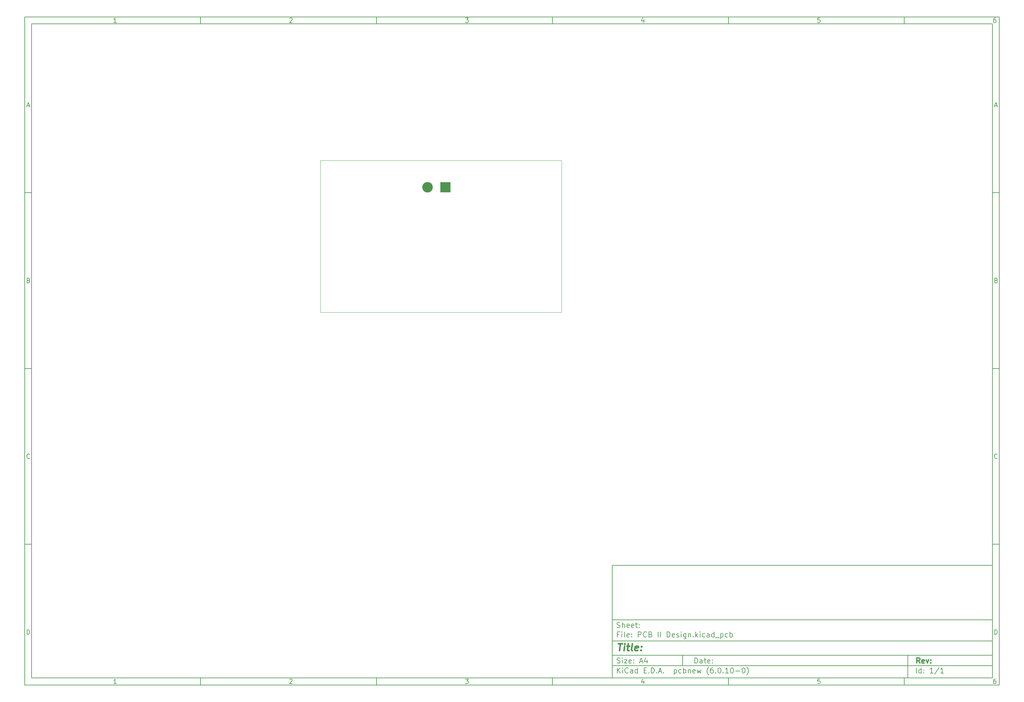
<source format=gbr>
%TF.GenerationSoftware,KiCad,Pcbnew,(6.0.10-0)*%
%TF.CreationDate,2023-02-24T22:40:59-08:00*%
%TF.ProjectId,PCB II Design,50434220-4949-4204-9465-7369676e2e6b,rev?*%
%TF.SameCoordinates,Original*%
%TF.FileFunction,Soldermask,Bot*%
%TF.FilePolarity,Negative*%
%FSLAX46Y46*%
G04 Gerber Fmt 4.6, Leading zero omitted, Abs format (unit mm)*
G04 Created by KiCad (PCBNEW (6.0.10-0)) date 2023-02-24 22:40:59*
%MOMM*%
%LPD*%
G01*
G04 APERTURE LIST*
%ADD10C,0.100000*%
%ADD11C,0.150000*%
%ADD12C,0.300000*%
%ADD13C,0.400000*%
%TA.AperFunction,Profile*%
%ADD14C,0.100000*%
%TD*%
%ADD15R,3.000000X3.000000*%
%ADD16C,3.000000*%
G04 APERTURE END LIST*
D10*
D11*
X177002200Y-166007200D02*
X177002200Y-198007200D01*
X285002200Y-198007200D01*
X285002200Y-166007200D01*
X177002200Y-166007200D01*
D10*
D11*
X10000000Y-10000000D02*
X10000000Y-200007200D01*
X287002200Y-200007200D01*
X287002200Y-10000000D01*
X10000000Y-10000000D01*
D10*
D11*
X12000000Y-12000000D02*
X12000000Y-198007200D01*
X285002200Y-198007200D01*
X285002200Y-12000000D01*
X12000000Y-12000000D01*
D10*
D11*
X60000000Y-12000000D02*
X60000000Y-10000000D01*
D10*
D11*
X110000000Y-12000000D02*
X110000000Y-10000000D01*
D10*
D11*
X160000000Y-12000000D02*
X160000000Y-10000000D01*
D10*
D11*
X210000000Y-12000000D02*
X210000000Y-10000000D01*
D10*
D11*
X260000000Y-12000000D02*
X260000000Y-10000000D01*
D10*
D11*
X36065476Y-11588095D02*
X35322619Y-11588095D01*
X35694047Y-11588095D02*
X35694047Y-10288095D01*
X35570238Y-10473809D01*
X35446428Y-10597619D01*
X35322619Y-10659523D01*
D10*
D11*
X85322619Y-10411904D02*
X85384523Y-10350000D01*
X85508333Y-10288095D01*
X85817857Y-10288095D01*
X85941666Y-10350000D01*
X86003571Y-10411904D01*
X86065476Y-10535714D01*
X86065476Y-10659523D01*
X86003571Y-10845238D01*
X85260714Y-11588095D01*
X86065476Y-11588095D01*
D10*
D11*
X135260714Y-10288095D02*
X136065476Y-10288095D01*
X135632142Y-10783333D01*
X135817857Y-10783333D01*
X135941666Y-10845238D01*
X136003571Y-10907142D01*
X136065476Y-11030952D01*
X136065476Y-11340476D01*
X136003571Y-11464285D01*
X135941666Y-11526190D01*
X135817857Y-11588095D01*
X135446428Y-11588095D01*
X135322619Y-11526190D01*
X135260714Y-11464285D01*
D10*
D11*
X185941666Y-10721428D02*
X185941666Y-11588095D01*
X185632142Y-10226190D02*
X185322619Y-11154761D01*
X186127380Y-11154761D01*
D10*
D11*
X236003571Y-10288095D02*
X235384523Y-10288095D01*
X235322619Y-10907142D01*
X235384523Y-10845238D01*
X235508333Y-10783333D01*
X235817857Y-10783333D01*
X235941666Y-10845238D01*
X236003571Y-10907142D01*
X236065476Y-11030952D01*
X236065476Y-11340476D01*
X236003571Y-11464285D01*
X235941666Y-11526190D01*
X235817857Y-11588095D01*
X235508333Y-11588095D01*
X235384523Y-11526190D01*
X235322619Y-11464285D01*
D10*
D11*
X285941666Y-10288095D02*
X285694047Y-10288095D01*
X285570238Y-10350000D01*
X285508333Y-10411904D01*
X285384523Y-10597619D01*
X285322619Y-10845238D01*
X285322619Y-11340476D01*
X285384523Y-11464285D01*
X285446428Y-11526190D01*
X285570238Y-11588095D01*
X285817857Y-11588095D01*
X285941666Y-11526190D01*
X286003571Y-11464285D01*
X286065476Y-11340476D01*
X286065476Y-11030952D01*
X286003571Y-10907142D01*
X285941666Y-10845238D01*
X285817857Y-10783333D01*
X285570238Y-10783333D01*
X285446428Y-10845238D01*
X285384523Y-10907142D01*
X285322619Y-11030952D01*
D10*
D11*
X60000000Y-198007200D02*
X60000000Y-200007200D01*
D10*
D11*
X110000000Y-198007200D02*
X110000000Y-200007200D01*
D10*
D11*
X160000000Y-198007200D02*
X160000000Y-200007200D01*
D10*
D11*
X210000000Y-198007200D02*
X210000000Y-200007200D01*
D10*
D11*
X260000000Y-198007200D02*
X260000000Y-200007200D01*
D10*
D11*
X36065476Y-199595295D02*
X35322619Y-199595295D01*
X35694047Y-199595295D02*
X35694047Y-198295295D01*
X35570238Y-198481009D01*
X35446428Y-198604819D01*
X35322619Y-198666723D01*
D10*
D11*
X85322619Y-198419104D02*
X85384523Y-198357200D01*
X85508333Y-198295295D01*
X85817857Y-198295295D01*
X85941666Y-198357200D01*
X86003571Y-198419104D01*
X86065476Y-198542914D01*
X86065476Y-198666723D01*
X86003571Y-198852438D01*
X85260714Y-199595295D01*
X86065476Y-199595295D01*
D10*
D11*
X135260714Y-198295295D02*
X136065476Y-198295295D01*
X135632142Y-198790533D01*
X135817857Y-198790533D01*
X135941666Y-198852438D01*
X136003571Y-198914342D01*
X136065476Y-199038152D01*
X136065476Y-199347676D01*
X136003571Y-199471485D01*
X135941666Y-199533390D01*
X135817857Y-199595295D01*
X135446428Y-199595295D01*
X135322619Y-199533390D01*
X135260714Y-199471485D01*
D10*
D11*
X185941666Y-198728628D02*
X185941666Y-199595295D01*
X185632142Y-198233390D02*
X185322619Y-199161961D01*
X186127380Y-199161961D01*
D10*
D11*
X236003571Y-198295295D02*
X235384523Y-198295295D01*
X235322619Y-198914342D01*
X235384523Y-198852438D01*
X235508333Y-198790533D01*
X235817857Y-198790533D01*
X235941666Y-198852438D01*
X236003571Y-198914342D01*
X236065476Y-199038152D01*
X236065476Y-199347676D01*
X236003571Y-199471485D01*
X235941666Y-199533390D01*
X235817857Y-199595295D01*
X235508333Y-199595295D01*
X235384523Y-199533390D01*
X235322619Y-199471485D01*
D10*
D11*
X285941666Y-198295295D02*
X285694047Y-198295295D01*
X285570238Y-198357200D01*
X285508333Y-198419104D01*
X285384523Y-198604819D01*
X285322619Y-198852438D01*
X285322619Y-199347676D01*
X285384523Y-199471485D01*
X285446428Y-199533390D01*
X285570238Y-199595295D01*
X285817857Y-199595295D01*
X285941666Y-199533390D01*
X286003571Y-199471485D01*
X286065476Y-199347676D01*
X286065476Y-199038152D01*
X286003571Y-198914342D01*
X285941666Y-198852438D01*
X285817857Y-198790533D01*
X285570238Y-198790533D01*
X285446428Y-198852438D01*
X285384523Y-198914342D01*
X285322619Y-199038152D01*
D10*
D11*
X10000000Y-60000000D02*
X12000000Y-60000000D01*
D10*
D11*
X10000000Y-110000000D02*
X12000000Y-110000000D01*
D10*
D11*
X10000000Y-160000000D02*
X12000000Y-160000000D01*
D10*
D11*
X10690476Y-35216666D02*
X11309523Y-35216666D01*
X10566666Y-35588095D02*
X11000000Y-34288095D01*
X11433333Y-35588095D01*
D10*
D11*
X11092857Y-84907142D02*
X11278571Y-84969047D01*
X11340476Y-85030952D01*
X11402380Y-85154761D01*
X11402380Y-85340476D01*
X11340476Y-85464285D01*
X11278571Y-85526190D01*
X11154761Y-85588095D01*
X10659523Y-85588095D01*
X10659523Y-84288095D01*
X11092857Y-84288095D01*
X11216666Y-84350000D01*
X11278571Y-84411904D01*
X11340476Y-84535714D01*
X11340476Y-84659523D01*
X11278571Y-84783333D01*
X11216666Y-84845238D01*
X11092857Y-84907142D01*
X10659523Y-84907142D01*
D10*
D11*
X11402380Y-135464285D02*
X11340476Y-135526190D01*
X11154761Y-135588095D01*
X11030952Y-135588095D01*
X10845238Y-135526190D01*
X10721428Y-135402380D01*
X10659523Y-135278571D01*
X10597619Y-135030952D01*
X10597619Y-134845238D01*
X10659523Y-134597619D01*
X10721428Y-134473809D01*
X10845238Y-134350000D01*
X11030952Y-134288095D01*
X11154761Y-134288095D01*
X11340476Y-134350000D01*
X11402380Y-134411904D01*
D10*
D11*
X10659523Y-185588095D02*
X10659523Y-184288095D01*
X10969047Y-184288095D01*
X11154761Y-184350000D01*
X11278571Y-184473809D01*
X11340476Y-184597619D01*
X11402380Y-184845238D01*
X11402380Y-185030952D01*
X11340476Y-185278571D01*
X11278571Y-185402380D01*
X11154761Y-185526190D01*
X10969047Y-185588095D01*
X10659523Y-185588095D01*
D10*
D11*
X287002200Y-60000000D02*
X285002200Y-60000000D01*
D10*
D11*
X287002200Y-110000000D02*
X285002200Y-110000000D01*
D10*
D11*
X287002200Y-160000000D02*
X285002200Y-160000000D01*
D10*
D11*
X285692676Y-35216666D02*
X286311723Y-35216666D01*
X285568866Y-35588095D02*
X286002200Y-34288095D01*
X286435533Y-35588095D01*
D10*
D11*
X286095057Y-84907142D02*
X286280771Y-84969047D01*
X286342676Y-85030952D01*
X286404580Y-85154761D01*
X286404580Y-85340476D01*
X286342676Y-85464285D01*
X286280771Y-85526190D01*
X286156961Y-85588095D01*
X285661723Y-85588095D01*
X285661723Y-84288095D01*
X286095057Y-84288095D01*
X286218866Y-84350000D01*
X286280771Y-84411904D01*
X286342676Y-84535714D01*
X286342676Y-84659523D01*
X286280771Y-84783333D01*
X286218866Y-84845238D01*
X286095057Y-84907142D01*
X285661723Y-84907142D01*
D10*
D11*
X286404580Y-135464285D02*
X286342676Y-135526190D01*
X286156961Y-135588095D01*
X286033152Y-135588095D01*
X285847438Y-135526190D01*
X285723628Y-135402380D01*
X285661723Y-135278571D01*
X285599819Y-135030952D01*
X285599819Y-134845238D01*
X285661723Y-134597619D01*
X285723628Y-134473809D01*
X285847438Y-134350000D01*
X286033152Y-134288095D01*
X286156961Y-134288095D01*
X286342676Y-134350000D01*
X286404580Y-134411904D01*
D10*
D11*
X285661723Y-185588095D02*
X285661723Y-184288095D01*
X285971247Y-184288095D01*
X286156961Y-184350000D01*
X286280771Y-184473809D01*
X286342676Y-184597619D01*
X286404580Y-184845238D01*
X286404580Y-185030952D01*
X286342676Y-185278571D01*
X286280771Y-185402380D01*
X286156961Y-185526190D01*
X285971247Y-185588095D01*
X285661723Y-185588095D01*
D10*
D11*
X200434342Y-193785771D02*
X200434342Y-192285771D01*
X200791485Y-192285771D01*
X201005771Y-192357200D01*
X201148628Y-192500057D01*
X201220057Y-192642914D01*
X201291485Y-192928628D01*
X201291485Y-193142914D01*
X201220057Y-193428628D01*
X201148628Y-193571485D01*
X201005771Y-193714342D01*
X200791485Y-193785771D01*
X200434342Y-193785771D01*
X202577200Y-193785771D02*
X202577200Y-193000057D01*
X202505771Y-192857200D01*
X202362914Y-192785771D01*
X202077200Y-192785771D01*
X201934342Y-192857200D01*
X202577200Y-193714342D02*
X202434342Y-193785771D01*
X202077200Y-193785771D01*
X201934342Y-193714342D01*
X201862914Y-193571485D01*
X201862914Y-193428628D01*
X201934342Y-193285771D01*
X202077200Y-193214342D01*
X202434342Y-193214342D01*
X202577200Y-193142914D01*
X203077200Y-192785771D02*
X203648628Y-192785771D01*
X203291485Y-192285771D02*
X203291485Y-193571485D01*
X203362914Y-193714342D01*
X203505771Y-193785771D01*
X203648628Y-193785771D01*
X204720057Y-193714342D02*
X204577200Y-193785771D01*
X204291485Y-193785771D01*
X204148628Y-193714342D01*
X204077200Y-193571485D01*
X204077200Y-193000057D01*
X204148628Y-192857200D01*
X204291485Y-192785771D01*
X204577200Y-192785771D01*
X204720057Y-192857200D01*
X204791485Y-193000057D01*
X204791485Y-193142914D01*
X204077200Y-193285771D01*
X205434342Y-193642914D02*
X205505771Y-193714342D01*
X205434342Y-193785771D01*
X205362914Y-193714342D01*
X205434342Y-193642914D01*
X205434342Y-193785771D01*
X205434342Y-192857200D02*
X205505771Y-192928628D01*
X205434342Y-193000057D01*
X205362914Y-192928628D01*
X205434342Y-192857200D01*
X205434342Y-193000057D01*
D10*
D11*
X177002200Y-194507200D02*
X285002200Y-194507200D01*
D10*
D11*
X178434342Y-196585771D02*
X178434342Y-195085771D01*
X179291485Y-196585771D02*
X178648628Y-195728628D01*
X179291485Y-195085771D02*
X178434342Y-195942914D01*
X179934342Y-196585771D02*
X179934342Y-195585771D01*
X179934342Y-195085771D02*
X179862914Y-195157200D01*
X179934342Y-195228628D01*
X180005771Y-195157200D01*
X179934342Y-195085771D01*
X179934342Y-195228628D01*
X181505771Y-196442914D02*
X181434342Y-196514342D01*
X181220057Y-196585771D01*
X181077200Y-196585771D01*
X180862914Y-196514342D01*
X180720057Y-196371485D01*
X180648628Y-196228628D01*
X180577200Y-195942914D01*
X180577200Y-195728628D01*
X180648628Y-195442914D01*
X180720057Y-195300057D01*
X180862914Y-195157200D01*
X181077200Y-195085771D01*
X181220057Y-195085771D01*
X181434342Y-195157200D01*
X181505771Y-195228628D01*
X182791485Y-196585771D02*
X182791485Y-195800057D01*
X182720057Y-195657200D01*
X182577200Y-195585771D01*
X182291485Y-195585771D01*
X182148628Y-195657200D01*
X182791485Y-196514342D02*
X182648628Y-196585771D01*
X182291485Y-196585771D01*
X182148628Y-196514342D01*
X182077200Y-196371485D01*
X182077200Y-196228628D01*
X182148628Y-196085771D01*
X182291485Y-196014342D01*
X182648628Y-196014342D01*
X182791485Y-195942914D01*
X184148628Y-196585771D02*
X184148628Y-195085771D01*
X184148628Y-196514342D02*
X184005771Y-196585771D01*
X183720057Y-196585771D01*
X183577200Y-196514342D01*
X183505771Y-196442914D01*
X183434342Y-196300057D01*
X183434342Y-195871485D01*
X183505771Y-195728628D01*
X183577200Y-195657200D01*
X183720057Y-195585771D01*
X184005771Y-195585771D01*
X184148628Y-195657200D01*
X186005771Y-195800057D02*
X186505771Y-195800057D01*
X186720057Y-196585771D02*
X186005771Y-196585771D01*
X186005771Y-195085771D01*
X186720057Y-195085771D01*
X187362914Y-196442914D02*
X187434342Y-196514342D01*
X187362914Y-196585771D01*
X187291485Y-196514342D01*
X187362914Y-196442914D01*
X187362914Y-196585771D01*
X188077200Y-196585771D02*
X188077200Y-195085771D01*
X188434342Y-195085771D01*
X188648628Y-195157200D01*
X188791485Y-195300057D01*
X188862914Y-195442914D01*
X188934342Y-195728628D01*
X188934342Y-195942914D01*
X188862914Y-196228628D01*
X188791485Y-196371485D01*
X188648628Y-196514342D01*
X188434342Y-196585771D01*
X188077200Y-196585771D01*
X189577200Y-196442914D02*
X189648628Y-196514342D01*
X189577200Y-196585771D01*
X189505771Y-196514342D01*
X189577200Y-196442914D01*
X189577200Y-196585771D01*
X190220057Y-196157200D02*
X190934342Y-196157200D01*
X190077200Y-196585771D02*
X190577200Y-195085771D01*
X191077200Y-196585771D01*
X191577200Y-196442914D02*
X191648628Y-196514342D01*
X191577200Y-196585771D01*
X191505771Y-196514342D01*
X191577200Y-196442914D01*
X191577200Y-196585771D01*
X194577200Y-195585771D02*
X194577200Y-197085771D01*
X194577200Y-195657200D02*
X194720057Y-195585771D01*
X195005771Y-195585771D01*
X195148628Y-195657200D01*
X195220057Y-195728628D01*
X195291485Y-195871485D01*
X195291485Y-196300057D01*
X195220057Y-196442914D01*
X195148628Y-196514342D01*
X195005771Y-196585771D01*
X194720057Y-196585771D01*
X194577200Y-196514342D01*
X196577200Y-196514342D02*
X196434342Y-196585771D01*
X196148628Y-196585771D01*
X196005771Y-196514342D01*
X195934342Y-196442914D01*
X195862914Y-196300057D01*
X195862914Y-195871485D01*
X195934342Y-195728628D01*
X196005771Y-195657200D01*
X196148628Y-195585771D01*
X196434342Y-195585771D01*
X196577200Y-195657200D01*
X197220057Y-196585771D02*
X197220057Y-195085771D01*
X197220057Y-195657200D02*
X197362914Y-195585771D01*
X197648628Y-195585771D01*
X197791485Y-195657200D01*
X197862914Y-195728628D01*
X197934342Y-195871485D01*
X197934342Y-196300057D01*
X197862914Y-196442914D01*
X197791485Y-196514342D01*
X197648628Y-196585771D01*
X197362914Y-196585771D01*
X197220057Y-196514342D01*
X198577200Y-195585771D02*
X198577200Y-196585771D01*
X198577200Y-195728628D02*
X198648628Y-195657200D01*
X198791485Y-195585771D01*
X199005771Y-195585771D01*
X199148628Y-195657200D01*
X199220057Y-195800057D01*
X199220057Y-196585771D01*
X200505771Y-196514342D02*
X200362914Y-196585771D01*
X200077200Y-196585771D01*
X199934342Y-196514342D01*
X199862914Y-196371485D01*
X199862914Y-195800057D01*
X199934342Y-195657200D01*
X200077200Y-195585771D01*
X200362914Y-195585771D01*
X200505771Y-195657200D01*
X200577200Y-195800057D01*
X200577200Y-195942914D01*
X199862914Y-196085771D01*
X201077200Y-195585771D02*
X201362914Y-196585771D01*
X201648628Y-195871485D01*
X201934342Y-196585771D01*
X202220057Y-195585771D01*
X204362914Y-197157200D02*
X204291485Y-197085771D01*
X204148628Y-196871485D01*
X204077200Y-196728628D01*
X204005771Y-196514342D01*
X203934342Y-196157200D01*
X203934342Y-195871485D01*
X204005771Y-195514342D01*
X204077200Y-195300057D01*
X204148628Y-195157200D01*
X204291485Y-194942914D01*
X204362914Y-194871485D01*
X205577200Y-195085771D02*
X205291485Y-195085771D01*
X205148628Y-195157200D01*
X205077200Y-195228628D01*
X204934342Y-195442914D01*
X204862914Y-195728628D01*
X204862914Y-196300057D01*
X204934342Y-196442914D01*
X205005771Y-196514342D01*
X205148628Y-196585771D01*
X205434342Y-196585771D01*
X205577200Y-196514342D01*
X205648628Y-196442914D01*
X205720057Y-196300057D01*
X205720057Y-195942914D01*
X205648628Y-195800057D01*
X205577200Y-195728628D01*
X205434342Y-195657200D01*
X205148628Y-195657200D01*
X205005771Y-195728628D01*
X204934342Y-195800057D01*
X204862914Y-195942914D01*
X206362914Y-196442914D02*
X206434342Y-196514342D01*
X206362914Y-196585771D01*
X206291485Y-196514342D01*
X206362914Y-196442914D01*
X206362914Y-196585771D01*
X207362914Y-195085771D02*
X207505771Y-195085771D01*
X207648628Y-195157200D01*
X207720057Y-195228628D01*
X207791485Y-195371485D01*
X207862914Y-195657200D01*
X207862914Y-196014342D01*
X207791485Y-196300057D01*
X207720057Y-196442914D01*
X207648628Y-196514342D01*
X207505771Y-196585771D01*
X207362914Y-196585771D01*
X207220057Y-196514342D01*
X207148628Y-196442914D01*
X207077200Y-196300057D01*
X207005771Y-196014342D01*
X207005771Y-195657200D01*
X207077200Y-195371485D01*
X207148628Y-195228628D01*
X207220057Y-195157200D01*
X207362914Y-195085771D01*
X208505771Y-196442914D02*
X208577200Y-196514342D01*
X208505771Y-196585771D01*
X208434342Y-196514342D01*
X208505771Y-196442914D01*
X208505771Y-196585771D01*
X210005771Y-196585771D02*
X209148628Y-196585771D01*
X209577200Y-196585771D02*
X209577200Y-195085771D01*
X209434342Y-195300057D01*
X209291485Y-195442914D01*
X209148628Y-195514342D01*
X210934342Y-195085771D02*
X211077200Y-195085771D01*
X211220057Y-195157200D01*
X211291485Y-195228628D01*
X211362914Y-195371485D01*
X211434342Y-195657200D01*
X211434342Y-196014342D01*
X211362914Y-196300057D01*
X211291485Y-196442914D01*
X211220057Y-196514342D01*
X211077200Y-196585771D01*
X210934342Y-196585771D01*
X210791485Y-196514342D01*
X210720057Y-196442914D01*
X210648628Y-196300057D01*
X210577200Y-196014342D01*
X210577200Y-195657200D01*
X210648628Y-195371485D01*
X210720057Y-195228628D01*
X210791485Y-195157200D01*
X210934342Y-195085771D01*
X212077200Y-196014342D02*
X213220057Y-196014342D01*
X214220057Y-195085771D02*
X214362914Y-195085771D01*
X214505771Y-195157200D01*
X214577200Y-195228628D01*
X214648628Y-195371485D01*
X214720057Y-195657200D01*
X214720057Y-196014342D01*
X214648628Y-196300057D01*
X214577200Y-196442914D01*
X214505771Y-196514342D01*
X214362914Y-196585771D01*
X214220057Y-196585771D01*
X214077200Y-196514342D01*
X214005771Y-196442914D01*
X213934342Y-196300057D01*
X213862914Y-196014342D01*
X213862914Y-195657200D01*
X213934342Y-195371485D01*
X214005771Y-195228628D01*
X214077200Y-195157200D01*
X214220057Y-195085771D01*
X215220057Y-197157200D02*
X215291485Y-197085771D01*
X215434342Y-196871485D01*
X215505771Y-196728628D01*
X215577200Y-196514342D01*
X215648628Y-196157200D01*
X215648628Y-195871485D01*
X215577200Y-195514342D01*
X215505771Y-195300057D01*
X215434342Y-195157200D01*
X215291485Y-194942914D01*
X215220057Y-194871485D01*
D10*
D11*
X177002200Y-191507200D02*
X285002200Y-191507200D01*
D10*
D12*
X264411485Y-193785771D02*
X263911485Y-193071485D01*
X263554342Y-193785771D02*
X263554342Y-192285771D01*
X264125771Y-192285771D01*
X264268628Y-192357200D01*
X264340057Y-192428628D01*
X264411485Y-192571485D01*
X264411485Y-192785771D01*
X264340057Y-192928628D01*
X264268628Y-193000057D01*
X264125771Y-193071485D01*
X263554342Y-193071485D01*
X265625771Y-193714342D02*
X265482914Y-193785771D01*
X265197200Y-193785771D01*
X265054342Y-193714342D01*
X264982914Y-193571485D01*
X264982914Y-193000057D01*
X265054342Y-192857200D01*
X265197200Y-192785771D01*
X265482914Y-192785771D01*
X265625771Y-192857200D01*
X265697200Y-193000057D01*
X265697200Y-193142914D01*
X264982914Y-193285771D01*
X266197200Y-192785771D02*
X266554342Y-193785771D01*
X266911485Y-192785771D01*
X267482914Y-193642914D02*
X267554342Y-193714342D01*
X267482914Y-193785771D01*
X267411485Y-193714342D01*
X267482914Y-193642914D01*
X267482914Y-193785771D01*
X267482914Y-192857200D02*
X267554342Y-192928628D01*
X267482914Y-193000057D01*
X267411485Y-192928628D01*
X267482914Y-192857200D01*
X267482914Y-193000057D01*
D10*
D11*
X178362914Y-193714342D02*
X178577200Y-193785771D01*
X178934342Y-193785771D01*
X179077200Y-193714342D01*
X179148628Y-193642914D01*
X179220057Y-193500057D01*
X179220057Y-193357200D01*
X179148628Y-193214342D01*
X179077200Y-193142914D01*
X178934342Y-193071485D01*
X178648628Y-193000057D01*
X178505771Y-192928628D01*
X178434342Y-192857200D01*
X178362914Y-192714342D01*
X178362914Y-192571485D01*
X178434342Y-192428628D01*
X178505771Y-192357200D01*
X178648628Y-192285771D01*
X179005771Y-192285771D01*
X179220057Y-192357200D01*
X179862914Y-193785771D02*
X179862914Y-192785771D01*
X179862914Y-192285771D02*
X179791485Y-192357200D01*
X179862914Y-192428628D01*
X179934342Y-192357200D01*
X179862914Y-192285771D01*
X179862914Y-192428628D01*
X180434342Y-192785771D02*
X181220057Y-192785771D01*
X180434342Y-193785771D01*
X181220057Y-193785771D01*
X182362914Y-193714342D02*
X182220057Y-193785771D01*
X181934342Y-193785771D01*
X181791485Y-193714342D01*
X181720057Y-193571485D01*
X181720057Y-193000057D01*
X181791485Y-192857200D01*
X181934342Y-192785771D01*
X182220057Y-192785771D01*
X182362914Y-192857200D01*
X182434342Y-193000057D01*
X182434342Y-193142914D01*
X181720057Y-193285771D01*
X183077200Y-193642914D02*
X183148628Y-193714342D01*
X183077200Y-193785771D01*
X183005771Y-193714342D01*
X183077200Y-193642914D01*
X183077200Y-193785771D01*
X183077200Y-192857200D02*
X183148628Y-192928628D01*
X183077200Y-193000057D01*
X183005771Y-192928628D01*
X183077200Y-192857200D01*
X183077200Y-193000057D01*
X184862914Y-193357200D02*
X185577200Y-193357200D01*
X184720057Y-193785771D02*
X185220057Y-192285771D01*
X185720057Y-193785771D01*
X186862914Y-192785771D02*
X186862914Y-193785771D01*
X186505771Y-192214342D02*
X186148628Y-193285771D01*
X187077200Y-193285771D01*
D10*
D11*
X263434342Y-196585771D02*
X263434342Y-195085771D01*
X264791485Y-196585771D02*
X264791485Y-195085771D01*
X264791485Y-196514342D02*
X264648628Y-196585771D01*
X264362914Y-196585771D01*
X264220057Y-196514342D01*
X264148628Y-196442914D01*
X264077200Y-196300057D01*
X264077200Y-195871485D01*
X264148628Y-195728628D01*
X264220057Y-195657200D01*
X264362914Y-195585771D01*
X264648628Y-195585771D01*
X264791485Y-195657200D01*
X265505771Y-196442914D02*
X265577200Y-196514342D01*
X265505771Y-196585771D01*
X265434342Y-196514342D01*
X265505771Y-196442914D01*
X265505771Y-196585771D01*
X265505771Y-195657200D02*
X265577200Y-195728628D01*
X265505771Y-195800057D01*
X265434342Y-195728628D01*
X265505771Y-195657200D01*
X265505771Y-195800057D01*
X268148628Y-196585771D02*
X267291485Y-196585771D01*
X267720057Y-196585771D02*
X267720057Y-195085771D01*
X267577200Y-195300057D01*
X267434342Y-195442914D01*
X267291485Y-195514342D01*
X269862914Y-195014342D02*
X268577200Y-196942914D01*
X271148628Y-196585771D02*
X270291485Y-196585771D01*
X270720057Y-196585771D02*
X270720057Y-195085771D01*
X270577200Y-195300057D01*
X270434342Y-195442914D01*
X270291485Y-195514342D01*
D10*
D11*
X177002200Y-187507200D02*
X285002200Y-187507200D01*
D10*
D13*
X178714580Y-188211961D02*
X179857438Y-188211961D01*
X179036009Y-190211961D02*
X179286009Y-188211961D01*
X180274104Y-190211961D02*
X180440771Y-188878628D01*
X180524104Y-188211961D02*
X180416961Y-188307200D01*
X180500295Y-188402438D01*
X180607438Y-188307200D01*
X180524104Y-188211961D01*
X180500295Y-188402438D01*
X181107438Y-188878628D02*
X181869342Y-188878628D01*
X181476485Y-188211961D02*
X181262200Y-189926247D01*
X181333628Y-190116723D01*
X181512200Y-190211961D01*
X181702676Y-190211961D01*
X182655057Y-190211961D02*
X182476485Y-190116723D01*
X182405057Y-189926247D01*
X182619342Y-188211961D01*
X184190771Y-190116723D02*
X183988390Y-190211961D01*
X183607438Y-190211961D01*
X183428866Y-190116723D01*
X183357438Y-189926247D01*
X183452676Y-189164342D01*
X183571723Y-188973866D01*
X183774104Y-188878628D01*
X184155057Y-188878628D01*
X184333628Y-188973866D01*
X184405057Y-189164342D01*
X184381247Y-189354819D01*
X183405057Y-189545295D01*
X185155057Y-190021485D02*
X185238390Y-190116723D01*
X185131247Y-190211961D01*
X185047914Y-190116723D01*
X185155057Y-190021485D01*
X185131247Y-190211961D01*
X185286009Y-188973866D02*
X185369342Y-189069104D01*
X185262200Y-189164342D01*
X185178866Y-189069104D01*
X185286009Y-188973866D01*
X185262200Y-189164342D01*
D10*
D11*
X178934342Y-185600057D02*
X178434342Y-185600057D01*
X178434342Y-186385771D02*
X178434342Y-184885771D01*
X179148628Y-184885771D01*
X179720057Y-186385771D02*
X179720057Y-185385771D01*
X179720057Y-184885771D02*
X179648628Y-184957200D01*
X179720057Y-185028628D01*
X179791485Y-184957200D01*
X179720057Y-184885771D01*
X179720057Y-185028628D01*
X180648628Y-186385771D02*
X180505771Y-186314342D01*
X180434342Y-186171485D01*
X180434342Y-184885771D01*
X181791485Y-186314342D02*
X181648628Y-186385771D01*
X181362914Y-186385771D01*
X181220057Y-186314342D01*
X181148628Y-186171485D01*
X181148628Y-185600057D01*
X181220057Y-185457200D01*
X181362914Y-185385771D01*
X181648628Y-185385771D01*
X181791485Y-185457200D01*
X181862914Y-185600057D01*
X181862914Y-185742914D01*
X181148628Y-185885771D01*
X182505771Y-186242914D02*
X182577200Y-186314342D01*
X182505771Y-186385771D01*
X182434342Y-186314342D01*
X182505771Y-186242914D01*
X182505771Y-186385771D01*
X182505771Y-185457200D02*
X182577200Y-185528628D01*
X182505771Y-185600057D01*
X182434342Y-185528628D01*
X182505771Y-185457200D01*
X182505771Y-185600057D01*
X184362914Y-186385771D02*
X184362914Y-184885771D01*
X184934342Y-184885771D01*
X185077200Y-184957200D01*
X185148628Y-185028628D01*
X185220057Y-185171485D01*
X185220057Y-185385771D01*
X185148628Y-185528628D01*
X185077200Y-185600057D01*
X184934342Y-185671485D01*
X184362914Y-185671485D01*
X186720057Y-186242914D02*
X186648628Y-186314342D01*
X186434342Y-186385771D01*
X186291485Y-186385771D01*
X186077200Y-186314342D01*
X185934342Y-186171485D01*
X185862914Y-186028628D01*
X185791485Y-185742914D01*
X185791485Y-185528628D01*
X185862914Y-185242914D01*
X185934342Y-185100057D01*
X186077200Y-184957200D01*
X186291485Y-184885771D01*
X186434342Y-184885771D01*
X186648628Y-184957200D01*
X186720057Y-185028628D01*
X187862914Y-185600057D02*
X188077200Y-185671485D01*
X188148628Y-185742914D01*
X188220057Y-185885771D01*
X188220057Y-186100057D01*
X188148628Y-186242914D01*
X188077200Y-186314342D01*
X187934342Y-186385771D01*
X187362914Y-186385771D01*
X187362914Y-184885771D01*
X187862914Y-184885771D01*
X188005771Y-184957200D01*
X188077200Y-185028628D01*
X188148628Y-185171485D01*
X188148628Y-185314342D01*
X188077200Y-185457200D01*
X188005771Y-185528628D01*
X187862914Y-185600057D01*
X187362914Y-185600057D01*
X190005771Y-186385771D02*
X190005771Y-184885771D01*
X190720057Y-186385771D02*
X190720057Y-184885771D01*
X192577200Y-186385771D02*
X192577200Y-184885771D01*
X192934342Y-184885771D01*
X193148628Y-184957200D01*
X193291485Y-185100057D01*
X193362914Y-185242914D01*
X193434342Y-185528628D01*
X193434342Y-185742914D01*
X193362914Y-186028628D01*
X193291485Y-186171485D01*
X193148628Y-186314342D01*
X192934342Y-186385771D01*
X192577200Y-186385771D01*
X194648628Y-186314342D02*
X194505771Y-186385771D01*
X194220057Y-186385771D01*
X194077200Y-186314342D01*
X194005771Y-186171485D01*
X194005771Y-185600057D01*
X194077200Y-185457200D01*
X194220057Y-185385771D01*
X194505771Y-185385771D01*
X194648628Y-185457200D01*
X194720057Y-185600057D01*
X194720057Y-185742914D01*
X194005771Y-185885771D01*
X195291485Y-186314342D02*
X195434342Y-186385771D01*
X195720057Y-186385771D01*
X195862914Y-186314342D01*
X195934342Y-186171485D01*
X195934342Y-186100057D01*
X195862914Y-185957200D01*
X195720057Y-185885771D01*
X195505771Y-185885771D01*
X195362914Y-185814342D01*
X195291485Y-185671485D01*
X195291485Y-185600057D01*
X195362914Y-185457200D01*
X195505771Y-185385771D01*
X195720057Y-185385771D01*
X195862914Y-185457200D01*
X196577200Y-186385771D02*
X196577200Y-185385771D01*
X196577200Y-184885771D02*
X196505771Y-184957200D01*
X196577200Y-185028628D01*
X196648628Y-184957200D01*
X196577200Y-184885771D01*
X196577200Y-185028628D01*
X197934342Y-185385771D02*
X197934342Y-186600057D01*
X197862914Y-186742914D01*
X197791485Y-186814342D01*
X197648628Y-186885771D01*
X197434342Y-186885771D01*
X197291485Y-186814342D01*
X197934342Y-186314342D02*
X197791485Y-186385771D01*
X197505771Y-186385771D01*
X197362914Y-186314342D01*
X197291485Y-186242914D01*
X197220057Y-186100057D01*
X197220057Y-185671485D01*
X197291485Y-185528628D01*
X197362914Y-185457200D01*
X197505771Y-185385771D01*
X197791485Y-185385771D01*
X197934342Y-185457200D01*
X198648628Y-185385771D02*
X198648628Y-186385771D01*
X198648628Y-185528628D02*
X198720057Y-185457200D01*
X198862914Y-185385771D01*
X199077200Y-185385771D01*
X199220057Y-185457200D01*
X199291485Y-185600057D01*
X199291485Y-186385771D01*
X200005771Y-186242914D02*
X200077200Y-186314342D01*
X200005771Y-186385771D01*
X199934342Y-186314342D01*
X200005771Y-186242914D01*
X200005771Y-186385771D01*
X200720057Y-186385771D02*
X200720057Y-184885771D01*
X200862914Y-185814342D02*
X201291485Y-186385771D01*
X201291485Y-185385771D02*
X200720057Y-185957200D01*
X201934342Y-186385771D02*
X201934342Y-185385771D01*
X201934342Y-184885771D02*
X201862914Y-184957200D01*
X201934342Y-185028628D01*
X202005771Y-184957200D01*
X201934342Y-184885771D01*
X201934342Y-185028628D01*
X203291485Y-186314342D02*
X203148628Y-186385771D01*
X202862914Y-186385771D01*
X202720057Y-186314342D01*
X202648628Y-186242914D01*
X202577200Y-186100057D01*
X202577200Y-185671485D01*
X202648628Y-185528628D01*
X202720057Y-185457200D01*
X202862914Y-185385771D01*
X203148628Y-185385771D01*
X203291485Y-185457200D01*
X204577200Y-186385771D02*
X204577200Y-185600057D01*
X204505771Y-185457200D01*
X204362914Y-185385771D01*
X204077200Y-185385771D01*
X203934342Y-185457200D01*
X204577200Y-186314342D02*
X204434342Y-186385771D01*
X204077200Y-186385771D01*
X203934342Y-186314342D01*
X203862914Y-186171485D01*
X203862914Y-186028628D01*
X203934342Y-185885771D01*
X204077200Y-185814342D01*
X204434342Y-185814342D01*
X204577200Y-185742914D01*
X205934342Y-186385771D02*
X205934342Y-184885771D01*
X205934342Y-186314342D02*
X205791485Y-186385771D01*
X205505771Y-186385771D01*
X205362914Y-186314342D01*
X205291485Y-186242914D01*
X205220057Y-186100057D01*
X205220057Y-185671485D01*
X205291485Y-185528628D01*
X205362914Y-185457200D01*
X205505771Y-185385771D01*
X205791485Y-185385771D01*
X205934342Y-185457200D01*
X206291485Y-186528628D02*
X207434342Y-186528628D01*
X207791485Y-185385771D02*
X207791485Y-186885771D01*
X207791485Y-185457200D02*
X207934342Y-185385771D01*
X208220057Y-185385771D01*
X208362914Y-185457200D01*
X208434342Y-185528628D01*
X208505771Y-185671485D01*
X208505771Y-186100057D01*
X208434342Y-186242914D01*
X208362914Y-186314342D01*
X208220057Y-186385771D01*
X207934342Y-186385771D01*
X207791485Y-186314342D01*
X209791485Y-186314342D02*
X209648628Y-186385771D01*
X209362914Y-186385771D01*
X209220057Y-186314342D01*
X209148628Y-186242914D01*
X209077200Y-186100057D01*
X209077200Y-185671485D01*
X209148628Y-185528628D01*
X209220057Y-185457200D01*
X209362914Y-185385771D01*
X209648628Y-185385771D01*
X209791485Y-185457200D01*
X210434342Y-186385771D02*
X210434342Y-184885771D01*
X210434342Y-185457200D02*
X210577200Y-185385771D01*
X210862914Y-185385771D01*
X211005771Y-185457200D01*
X211077200Y-185528628D01*
X211148628Y-185671485D01*
X211148628Y-186100057D01*
X211077200Y-186242914D01*
X211005771Y-186314342D01*
X210862914Y-186385771D01*
X210577200Y-186385771D01*
X210434342Y-186314342D01*
D10*
D11*
X177002200Y-181507200D02*
X285002200Y-181507200D01*
D10*
D11*
X178362914Y-183614342D02*
X178577200Y-183685771D01*
X178934342Y-183685771D01*
X179077200Y-183614342D01*
X179148628Y-183542914D01*
X179220057Y-183400057D01*
X179220057Y-183257200D01*
X179148628Y-183114342D01*
X179077200Y-183042914D01*
X178934342Y-182971485D01*
X178648628Y-182900057D01*
X178505771Y-182828628D01*
X178434342Y-182757200D01*
X178362914Y-182614342D01*
X178362914Y-182471485D01*
X178434342Y-182328628D01*
X178505771Y-182257200D01*
X178648628Y-182185771D01*
X179005771Y-182185771D01*
X179220057Y-182257200D01*
X179862914Y-183685771D02*
X179862914Y-182185771D01*
X180505771Y-183685771D02*
X180505771Y-182900057D01*
X180434342Y-182757200D01*
X180291485Y-182685771D01*
X180077200Y-182685771D01*
X179934342Y-182757200D01*
X179862914Y-182828628D01*
X181791485Y-183614342D02*
X181648628Y-183685771D01*
X181362914Y-183685771D01*
X181220057Y-183614342D01*
X181148628Y-183471485D01*
X181148628Y-182900057D01*
X181220057Y-182757200D01*
X181362914Y-182685771D01*
X181648628Y-182685771D01*
X181791485Y-182757200D01*
X181862914Y-182900057D01*
X181862914Y-183042914D01*
X181148628Y-183185771D01*
X183077200Y-183614342D02*
X182934342Y-183685771D01*
X182648628Y-183685771D01*
X182505771Y-183614342D01*
X182434342Y-183471485D01*
X182434342Y-182900057D01*
X182505771Y-182757200D01*
X182648628Y-182685771D01*
X182934342Y-182685771D01*
X183077200Y-182757200D01*
X183148628Y-182900057D01*
X183148628Y-183042914D01*
X182434342Y-183185771D01*
X183577200Y-182685771D02*
X184148628Y-182685771D01*
X183791485Y-182185771D02*
X183791485Y-183471485D01*
X183862914Y-183614342D01*
X184005771Y-183685771D01*
X184148628Y-183685771D01*
X184648628Y-183542914D02*
X184720057Y-183614342D01*
X184648628Y-183685771D01*
X184577200Y-183614342D01*
X184648628Y-183542914D01*
X184648628Y-183685771D01*
X184648628Y-182757200D02*
X184720057Y-182828628D01*
X184648628Y-182900057D01*
X184577200Y-182828628D01*
X184648628Y-182757200D01*
X184648628Y-182900057D01*
D10*
D12*
D10*
D11*
D10*
D11*
D10*
D11*
D10*
D11*
D10*
D11*
X197002200Y-191507200D02*
X197002200Y-194507200D01*
D10*
D11*
X261002200Y-191507200D02*
X261002200Y-198007200D01*
D14*
X93980000Y-50800000D02*
X162560000Y-50800000D01*
X162560000Y-50800000D02*
X162560000Y-93980000D01*
X162560000Y-93980000D02*
X93980000Y-93980000D01*
X93980000Y-93980000D02*
X93980000Y-50800000D01*
D15*
%TO.C,J1*%
X129540000Y-58420000D03*
D16*
X124460000Y-58420000D03*
%TD*%
M02*

</source>
